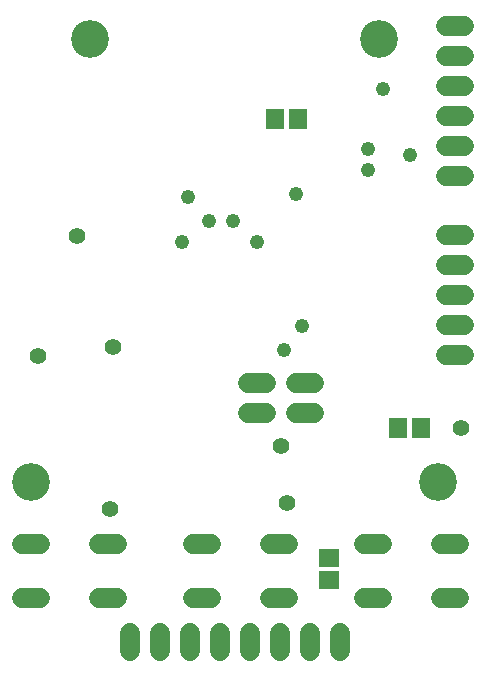
<source format=gbr>
G04 EAGLE Gerber RS-274X export*
G75*
%MOMM*%
%FSLAX34Y34*%
%LPD*%
%INSoldermask Bottom*%
%IPPOS*%
%AMOC8*
5,1,8,0,0,1.08239X$1,22.5*%
G01*
%ADD10C,3.203200*%
%ADD11C,1.727200*%
%ADD12R,1.503200X1.703200*%
%ADD13R,1.703200X1.503200*%
%ADD14C,1.219200*%
%ADD15C,1.409600*%


D10*
X47500Y165000D03*
X392500Y165000D03*
X342500Y540000D03*
X97500Y540000D03*
D11*
X329868Y112606D02*
X345108Y112606D01*
X345108Y67394D02*
X329868Y67394D01*
X394892Y112606D02*
X410132Y112606D01*
X410132Y67394D02*
X394892Y67394D01*
X200108Y112606D02*
X184868Y112606D01*
X184868Y67394D02*
X200108Y67394D01*
X249892Y112606D02*
X265132Y112606D01*
X265132Y67394D02*
X249892Y67394D01*
D12*
X273660Y472440D03*
X254660Y472440D03*
D13*
X299720Y81940D03*
X299720Y100940D03*
D12*
X377800Y210820D03*
X358800Y210820D03*
D11*
X120132Y67394D02*
X104892Y67394D01*
X104892Y112606D02*
X120132Y112606D01*
X55108Y67394D02*
X39868Y67394D01*
X39868Y112606D02*
X55108Y112606D01*
X398780Y424180D02*
X414020Y424180D01*
X414020Y449580D02*
X398780Y449580D01*
X398780Y474980D02*
X414020Y474980D01*
X414020Y500380D02*
X398780Y500380D01*
X398780Y525780D02*
X414020Y525780D01*
X414020Y551180D02*
X398780Y551180D01*
X308900Y37620D02*
X308900Y22380D01*
X283500Y22380D02*
X283500Y37620D01*
X258100Y37620D02*
X258100Y22380D01*
X232700Y22380D02*
X232700Y37620D01*
X207300Y37620D02*
X207300Y22380D01*
X181900Y22380D02*
X181900Y37620D01*
X156500Y37620D02*
X156500Y22380D01*
X131100Y22380D02*
X131100Y37620D01*
X398780Y272460D02*
X414020Y272460D01*
X414020Y297860D02*
X398780Y297860D01*
X398780Y323260D02*
X414020Y323260D01*
X414020Y348660D02*
X398780Y348660D01*
X398780Y374060D02*
X414020Y374060D01*
X287020Y223520D02*
X271780Y223520D01*
X271780Y248920D02*
X287020Y248920D01*
X246380Y223520D02*
X231140Y223520D01*
X231140Y248920D02*
X246380Y248920D01*
D14*
X276860Y297180D03*
X368300Y441960D03*
D15*
X86360Y373380D03*
X53340Y271780D03*
X116840Y279400D03*
X259080Y195580D03*
X114300Y142240D03*
X264160Y147320D03*
X411480Y210820D03*
D14*
X345440Y497840D03*
X332740Y429260D03*
X271780Y408940D03*
X218440Y386080D03*
X261620Y276860D03*
X180340Y406400D03*
X198120Y386080D03*
X175260Y368300D03*
X238760Y368300D03*
X332740Y447040D03*
M02*

</source>
